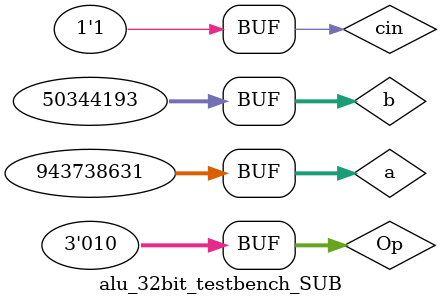
<source format=v>
`define DELAY 20
module alu_32bit_testbench_SUB();

reg [31:0] a;
reg [31:0] b;
reg cin;
reg [2:0] Op;

wire [31:0] R;
wire cout, V, S;

/*
module alu_32bit(a, b, Aluop, cin, cout, R, S, V);
input [2:0] Aluop;
input [31:0] a;
input [31:0] b;
output [31:0] R;
input cin;
output cout ,S, V;
*/

alu_32bit myALU(a, b, Op, cin, cout, R, S, V);

initial begin

a = 32'b10101010101010101010101010101010; 
b = 32'b01010101010101010101010101010101; 
cin = 1'b1;
Op = 3'b010;
#`DELAY;


a = 32'b01010101010101010100000000000000; 
b = 32'b00000000101111111110101010101010; 
cin = 1'b1;
Op = 3'b010;
#`DELAY;

a = 32'b01010101010101010100001111000000; 
b = 32'b00000000101000000110101010101010; 
cin = 1'b1;
Op = 3'b010;
#`DELAY;

a = 32'b00000000000001010100001111000000; 
b = 32'b00000000101000000110000000101010; 
cin = 1'b1;
Op = 3'b010;
#`DELAY;

a = 32'b00000000010110000100011000001011; 
b = 32'b00000100000000000110001000000101; 
cin = 1'b1;
Op = 3'b010;
#`DELAY;

a = 32'b00111000010000000100111100000111; 
b = 32'b00000011000000000011000100000001; 
cin = 1'b1;
Op = 3'b010;
#`DELAY;

end 

initial begin

$monitor("time = %2d, \na=%32b,\nb=%32b, \nR=%32b,\n cin =%1b, cout=%1b, Op%3b V=%1b S=%1b", $time, a, b, R, cin, cout, Op, V, S);

end


endmodule

</source>
